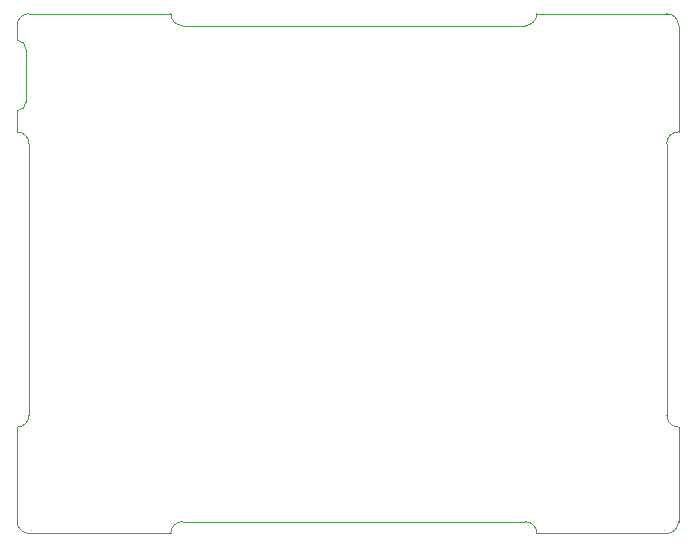
<source format=gbr>
%TF.GenerationSoftware,KiCad,Pcbnew,7.0.10*%
%TF.CreationDate,2024-01-23T14:54:21+11:00*%
%TF.ProjectId,cphp82001-pcb,63706870-3832-4303-9031-2d7063622e6b,3.1*%
%TF.SameCoordinates,Original*%
%TF.FileFunction,Profile,NP*%
%FSLAX46Y46*%
G04 Gerber Fmt 4.6, Leading zero omitted, Abs format (unit mm)*
G04 Created by KiCad (PCBNEW 7.0.10) date 2024-01-23 14:54:21*
%MOMM*%
%LPD*%
G01*
G04 APERTURE LIST*
%TA.AperFunction,Profile*%
%ADD10C,0.100000*%
%TD*%
G04 APERTURE END LIST*
D10*
X0Y-8219670D02*
G75*
G03*
X750000Y-7469670I0J750000D01*
G01*
X55000000Y-11000000D02*
X55000000Y-34000000D01*
X0Y-10000000D02*
X0Y-8219670D01*
X56000000Y-1000000D02*
G75*
G03*
X55000000Y0I-1000000J0D01*
G01*
X750000Y-3000000D02*
G75*
G03*
X0Y-2250000I-750000J0D01*
G01*
X0Y-43000000D02*
X0Y-35000000D01*
X1000000Y-11000000D02*
X1000000Y-34000000D01*
X0Y-35000000D02*
G75*
G03*
X1000000Y-34000000I0J1000000D01*
G01*
X44000000Y-44000000D02*
G75*
G03*
X43000000Y-43000000I-1000000J0D01*
G01*
X750000Y-7469670D02*
X750000Y-3000000D01*
X56000000Y-1000000D02*
X56000000Y-10000000D01*
X55000000Y0D02*
X44000000Y1D01*
X55000000Y-44000000D02*
G75*
G03*
X56000000Y-43000000I0J1000000D01*
G01*
X1000000Y0D02*
G75*
G03*
X0Y-1000000I0J-1000000D01*
G01*
X55000000Y-44000000D02*
X44000000Y-44000000D01*
X1000000Y-11000000D02*
G75*
G03*
X0Y-10000000I-1000000J0D01*
G01*
X43000000Y-1000000D02*
G75*
G03*
X44000000Y1I0J1000000D01*
G01*
X28500000Y-999999D02*
X43000000Y-999999D01*
X13000001Y1D02*
G75*
G03*
X14000000Y-999999I999999J-1D01*
G01*
X55000000Y-34000000D02*
G75*
G03*
X56000000Y-35000000I1000000J0D01*
G01*
X13000000Y1D02*
X1000000Y0D01*
X28500000Y-43000000D02*
X14000000Y-43000000D01*
X13000000Y-44000000D02*
X1000000Y-44000000D01*
X0Y-1000000D02*
X0Y-2250000D01*
X28500000Y-43000000D02*
X43000000Y-43000000D01*
X0Y-43000000D02*
G75*
G03*
X1000000Y-44000000I1000000J0D01*
G01*
X56000000Y-10000000D02*
G75*
G03*
X55000000Y-11000000I0J-1000000D01*
G01*
X56000000Y-35000000D02*
X56000000Y-43000000D01*
X14000000Y-43000000D02*
G75*
G03*
X13000000Y-44000000I0J-1000000D01*
G01*
X28500000Y-999999D02*
X14000000Y-999999D01*
M02*

</source>
